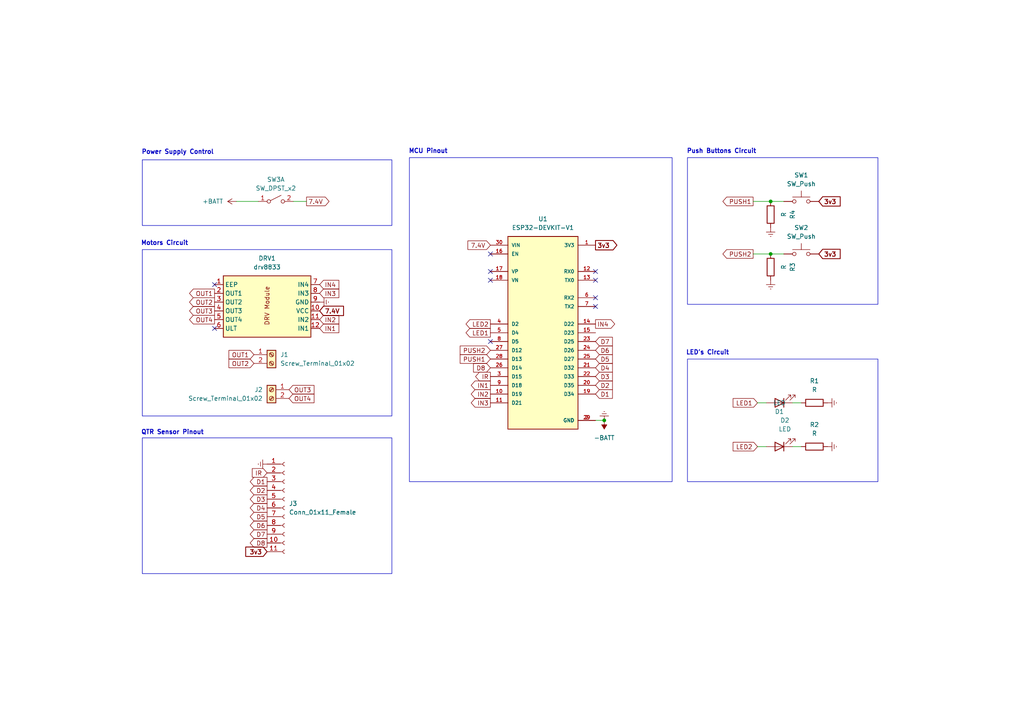
<source format=kicad_sch>
(kicad_sch (version 20250114) (generator "eeschema") (generator_version "9.0")
  (paper "A4")
  (title_block (title "Schematic Line Follower") (date "2025-09-18") (rev "REV - 2") (company "Grupo de Robótica Competitiva") (comment 1 "Projetista: Kauê Lucas Nascimento da Silva"))
  (lib_symbols
    (symbol "Connector:Conn_01x11_Female" (pin_names (offset 1.016) (hide yes))
      (property "Reference" "J" (at 0 15.24 0))
      (property "Value" "Conn_01x11_Female" (at 0 -15.24 0))
      (symbol "Conn_01x11_Female_1_1"
        (polyline (pts (xy -1.27 12.7) (xy -0.508 12.7)) (stroke (width 0.1524)))
        (polyline (pts (xy -1.27 10.16) (xy -0.508 10.16)) (stroke (width 0.1524)))
        (polyline (pts (xy -1.27 7.62) (xy -0.508 7.62)) (stroke (width 0.1524)))
        (polyline (pts (xy -1.27 5.08) (xy -0.508 5.08)) (stroke (width 0.1524)))
        (polyline (pts (xy -1.27 2.54) (xy -0.508 2.54)) (stroke (width 0.1524)))
        (polyline (pts (xy -1.27 0) (xy -0.508 0)) (stroke (width 0.1524)))
        (polyline (pts (xy -1.27 -2.54) (xy -0.508 -2.54)) (stroke (width 0.1524)))
        (polyline (pts (xy -1.27 -5.08) (xy -0.508 -5.08)) (stroke (width 0.1524)))
        (polyline (pts (xy -1.27 -7.62) (xy -0.508 -7.62)) (stroke (width 0.1524)))
        (polyline (pts (xy -1.27 -10.16) (xy -0.508 -10.16)) (stroke (width 0.1524)))
        (polyline (pts (xy -1.27 -12.7) (xy -0.508 -12.7)) (stroke (width 0.1524)))
        (arc (start 0 12.192) (mid -0.5058 12.7) (end 0 13.208) (stroke (width 0.1524)))
        (arc (start 0 9.652) (mid -0.5058 10.16) (end 0 10.668) (stroke (width 0.1524)))
        (arc (start 0 7.112) (mid -0.5058 7.62) (end 0 8.128) (stroke (width 0.1524)))
        (arc (start 0 4.572) (mid -0.5058 5.08) (end 0 5.588) (stroke (width 0.1524)))
        (arc (start 0 2.032) (mid -0.5058 2.54) (end 0 3.048) (stroke (width 0.1524)))
        (arc (start 0 -0.508) (mid -0.5058 0) (end 0 0.508) (stroke (width 0.1524)))
        (arc (start 0 -3.048) (mid -0.5058 -2.54) (end 0 -2.032) (stroke (width 0.1524)))
        (arc (start 0 -5.588) (mid -0.5058 -5.08) (end 0 -4.572) (stroke (width 0.1524)))
        (arc (start 0 -8.128) (mid -0.5058 -7.62) (end 0 -7.112) (stroke (width 0.1524)))
        (arc (start 0 -10.668) (mid -0.5058 -10.16) (end 0 -9.652) (stroke (width 0.1524)))
        (arc (start 0 -13.208) (mid -0.5058 -12.7) (end 0 -12.192) (stroke (width 0.1524)))
        (pin passive line (at -5.08 12.7 0) (length 3.81) (name "Pin_1") (number "1"))
        (pin passive line (at -5.08 10.16 0) (length 3.81) (name "Pin_2") (number "2"))
        (pin passive line (at -5.08 7.62 0) (length 3.81) (name "Pin_3") (number "3"))
        (pin passive line (at -5.08 5.08 0) (length 3.81) (name "Pin_4") (number "4"))
        (pin passive line (at -5.08 2.54 0) (length 3.81) (name "Pin_5") (number "5"))
        (pin passive line (at -5.08 0 0) (length 3.81) (name "Pin_6") (number "6"))
        (pin passive line (at -5.08 -2.54 0) (length 3.81) (name "Pin_7") (number "7"))
        (pin passive line (at -5.08 -5.08 0) (length 3.81) (name "Pin_8") (number "8"))
        (pin passive line (at -5.08 -7.62 0) (length 3.81) (name "Pin_9") (number "9"))
        (pin passive line (at -5.08 -10.16 0) (length 3.81) (name "Pin_10") (number "10"))
        (pin passive line (at -5.08 -12.7 0) (length 3.81) (name "Pin_11") (number "11"))
      )
    )
    (symbol "Connector:Screw_Terminal_01x02" (pin_names (offset 1.016) (hide yes))
      (property "Reference" "J" (at 0 2.54 0))
      (property "Value" "Screw_Terminal_01x02" (at 0 -5.08 0))
      (symbol "Screw_Terminal_01x02_1_1"
        (rectangle (start -1.27 1.27) (end 1.27 -3.81) (stroke (width 0.254)) (fill (type background)))
        (polyline (pts (xy -0.5334 0.3302) (xy 0.3302 -0.508)) (stroke (width 0.1524)))
        (polyline (pts (xy -0.5334 -2.2098) (xy 0.3302 -3.048)) (stroke (width 0.1524)))
        (polyline (pts (xy -0.3556 0.508) (xy 0.508 -0.3302)) (stroke (width 0.1524)))
        (polyline (pts (xy -0.3556 -2.032) (xy 0.508 -2.8702)) (stroke (width 0.1524)))
        (circle (center 0 0) (radius 0.635) (stroke (width 0.1524)))
        (circle (center 0 -2.54) (radius 0.635) (stroke (width 0.1524)))
        (pin passive line (at -5.08 0 0) (length 3.81) (name "Pin_1") (number "1"))
        (pin passive line (at -5.08 -2.54 0) (length 3.81) (name "Pin_2") (number "2"))
      )
    )
    (symbol "Device:LED" (pin_numbers (hide yes)) (pin_names (offset 1.016) (hide yes))
      (property "Reference" "D" (at 0 2.54 0))
      (property "Value" "LED" (at 0 -2.54 0))
      (symbol "LED_0_1"
        (polyline (pts (xy -3.048 -0.762) (xy -4.572 -2.286) (xy -3.81 -2.286) (xy -4.572 -2.286) (xy -4.572 -1.524)))
        (polyline (pts (xy -1.778 -0.762) (xy -3.302 -2.286) (xy -2.54 -2.286) (xy -3.302 -2.286) (xy -3.302 -1.524)))
        (polyline (pts (xy -1.27 0) (xy 1.27 0)))
        (polyline (pts (xy -1.27 -1.27) (xy -1.27 1.27)) (stroke (width 0.254)))
        (polyline (pts (xy 1.27 -1.27) (xy 1.27 1.27) (xy -1.27 0) (xy 1.27 -1.27)) (stroke (width 0.254)))
      )
      (symbol "LED_1_1"
        (pin passive line (at -3.81 0 0) (length 2.54) (name "K") (number "1"))
        (pin passive line (at 3.81 0 180) (length 2.54) (name "A") (number "2"))
      )
    )
    (symbol "Device:R" (pin_numbers (hide yes)) (pin_names (offset 0))
      (property "Reference" "R" (at 2.032 0 90))
      (property "Value" "R" (at 0 0 90))
      (symbol "R_0_1"
        (rectangle (start -1.016 -2.54) (end 1.016 2.54) (stroke (width 0.254)))
      )
      (symbol "R_1_1"
        (pin passive line (at 0 3.81 270) (length 1.27) (name "~") (number "1"))
        (pin passive line (at 0 -3.81 90) (length 1.27) (name "~") (number "2"))
      )
    )
    (symbol "Espressif:ESP32-DEVKIT-V1" (pin_names (offset 1.016))
      (property "Reference" "U" (at -10.16 30.48 0))
      (property "Value" "ESP32-DEVKIT-V1" (at -10.16 -30.48 0))
      (symbol "ESP32-DEVKIT-V1_0_0"
        (rectangle (start -10.16 -27.94) (end 10.16 27.94) (stroke (width 0.254)) (fill (type background)))
        (pin input line (at -15.24 25.4 0) (length 5.08) (name "VIN") (number "30"))
        (pin input line (at -15.24 22.86 0) (length 5.08) (name "EN") (number "16"))
        (pin bidirectional line (at -15.24 17.78 0) (length 5.08) (name "VP") (number "17"))
        (pin bidirectional line (at -15.24 15.24 0) (length 5.08) (name "VN") (number "18"))
        (pin bidirectional line (at -15.24 2.54 0) (length 5.08) (name "D2") (number "4"))
        (pin bidirectional line (at -15.24 0 0) (length 5.08) (name "D4") (number "5"))
        (pin bidirectional line (at -15.24 -2.54 0) (length 5.08) (name "D5") (number "8"))
        (pin bidirectional line (at -15.24 -5.08 0) (length 5.08) (name "D12") (number "27"))
        (pin bidirectional line (at -15.24 -7.62 0) (length 5.08) (name "D13") (number "28"))
        (pin bidirectional line (at -15.24 -10.16 0) (length 5.08) (name "D14") (number "26"))
        (pin bidirectional line (at -15.24 -12.7 0) (length 5.08) (name "D15") (number "3"))
        (pin bidirectional line (at -15.24 -15.24 0) (length 5.08) (name "D18") (number "9"))
        (pin bidirectional line (at -15.24 -17.78 0) (length 5.08) (name "D19") (number "10"))
        (pin bidirectional line (at -15.24 -20.32 0) (length 5.08) (name "D21") (number "11"))
        (pin output line (at 15.24 25.4 180) (length 5.08) (name "3V3") (number "1"))
        (pin input line (at 15.24 17.78 180) (length 5.08) (name "RX0") (number "12"))
        (pin output line (at 15.24 15.24 180) (length 5.08) (name "TX0") (number "13"))
        (pin input line (at 15.24 10.16 180) (length 5.08) (name "RX2") (number "6"))
        (pin output line (at 15.24 7.62 180) (length 5.08) (name "TX2") (number "7"))
        (pin bidirectional line (at 15.24 2.54 180) (length 5.08) (name "D22") (number "14"))
        (pin bidirectional line (at 15.24 0 180) (length 5.08) (name "D23") (number "15"))
        (pin bidirectional line (at 15.24 -2.54 180) (length 5.08) (name "D25") (number "23"))
        (pin bidirectional line (at 15.24 -5.08 180) (length 5.08) (name "D26") (number "24"))
        (pin bidirectional line (at 15.24 -7.62 180) (length 5.08) (name "D27") (number "25"))
        (pin bidirectional line (at 15.24 -10.16 180) (length 5.08) (name "D32") (number "21"))
        (pin bidirectional line (at 15.24 -12.7 180) (length 5.08) (name "D33") (number "22"))
        (pin bidirectional line (at 15.24 -15.24 180) (length 5.08) (name "D35") (number "20"))
        (pin bidirectional line (at 15.24 -17.78 180) (length 5.08) (name "D34") (number "19"))
        (pin power_in line (at 15.24 -25.4 180) (length 5.08) (name "GND") (number "2"))
        (pin power_in line (at 15.24 -25.4 180) (length 5.08) (name "GND") (number "29"))
      )
    )
    (symbol "Switch:SW_DPST_x2" (pin_names (offset 0) (hide yes))
      (property "Reference" "SW" (at 0 3.175 0))
      (property "Value" "SW_DPST_x2" (at 0 -2.54 0))
      (symbol "SW_DPST_x2_0_0"
        (circle (center -2.032 0) (radius 0.508))
        (polyline (pts (xy -1.524 0.254) (xy 1.524 1.778)))
        (circle (center 2.032 0) (radius 0.508))
      )
      (symbol "SW_DPST_x2_1_1"
        (pin passive line (at -5.08 0 0) (length 2.54) (name "A") (number "1"))
        (pin passive line (at 5.08 0 180) (length 2.54) (name "B") (number "2"))
      )
      (symbol "SW_DPST_x2_2_1"
        (pin passive line (at -5.08 0 0) (length 2.54) (name "A") (number "3"))
        (pin passive line (at 5.08 0 180) (length 2.54) (name "B") (number "4"))
      )
    )
    (symbol "Switch:SW_Push" (pin_numbers (hide yes)) (pin_names (offset 1.016) (hide yes))
      (property "Reference" "SW" (at 1.27 2.54 0))
      (property "Value" "SW_Push" (at 0 -1.524 0))
      (symbol "SW_Push_0_1"
        (circle (center -2.032 0) (radius 0.508))
        (polyline (pts (xy 0 1.27) (xy 0 3.048)))
        (circle (center 2.032 0) (radius 0.508))
        (polyline (pts (xy 2.54 1.27) (xy -2.54 1.27)))
        (pin passive line (at -5.08 0 0) (length 2.54) (name "1") (number "1"))
        (pin passive line (at 5.08 0 180) (length 2.54) (name "2") (number "2"))
      )
    )
    (symbol "drv8833-module:drv8833_module"
      (property "Reference" "DRV1" (at 0 2.286 0))
      (property "Value" "drv8833" (at 0 0 0))
      (symbol "drv8833_module_1_1"
        (rectangle (start -12.7 -2.54) (end 12.7 -20.32) (stroke (width 0.254)) (fill (type background)))
        (text "DRV Module" (at 0 -11.176 900) (effects (font (size 1.27 1.27))))
        (pin output line (at -15.24 -5.08 0) (length 2.54) (name "EEP") (number "1"))
        (pin output line (at -15.24 -7.62 0) (length 2.54) (name "OUT1") (number "2"))
        (pin output line (at -15.24 -10.16 0) (length 2.54) (name "OUT2") (number "3"))
        (pin output line (at -15.24 -12.7 0) (length 2.54) (name "OUT3") (number "4"))
        (pin output line (at -15.24 -15.24 0) (length 2.54) (name "OUT4") (number "5"))
        (pin output line (at -15.24 -17.78 0) (length 2.54) (name "ULT") (number "6"))
        (pin input line (at 15.24 -5.08 180) (length 2.54) (name "IN4") (number "7"))
        (pin input line (at 15.24 -7.62 180) (length 2.54) (name "IN3") (number "8"))
        (pin input line (at 15.24 -10.16 180) (length 2.54) (name "GND") (number "9"))
        (pin input line (at 15.24 -12.7 180) (length 2.54) (name "VCC") (number "10"))
        (pin input line (at 15.24 -15.24 180) (length 2.54) (name "IN2") (number "11"))
        (pin input line (at 15.24 -17.78 180) (length 2.54) (name "IN1") (number "12"))
      )
    )
    (symbol "power:+BATT" (power) (pin_names (offset 0))
      (property "Value" "+BATT" (at 0 3.556 0))
      (symbol "+BATT_0_1"
        (polyline (pts (xy -0.762 1.27) (xy 0 2.54)))
        (polyline (pts (xy 0 2.54) (xy 0.762 1.27)))
        (polyline (pts (xy 0 0) (xy 0 2.54)))
      )
      (symbol "+BATT_1_1"
        (pin power_in line (at 0 0 90) (length 0) (hide yes) (name "+BATT") (number "1"))
      )
    )
    (symbol "power:-BATT" (power) (pin_names (offset 0))
      (property "Value" "-BATT" (at 0 3.556 0))
      (symbol "-BATT_0_1"
        (polyline (pts (xy 0 0) (xy 0 2.54)))
        (polyline (pts (xy 0.762 1.27) (xy -0.762 1.27) (xy 0 2.54) (xy 0.762 1.27)) (fill (type outline)))
      )
      (symbol "-BATT_1_1"
        (pin power_in line (at 0 0 90) (length 0) (hide yes) (name "-BATT") (number "1"))
      )
    )
    (symbol "power:Earth" (power) (pin_names (offset 0))
      (symbol "Earth_0_1"
        (polyline (pts (xy -0.635 -1.905) (xy 0.635 -1.905)))
        (polyline (pts (xy -0.127 -2.54) (xy 0.127 -2.54)))
        (polyline (pts (xy 0 -1.27) (xy 0 0)))
        (polyline (pts (xy 1.27 -1.27) (xy -1.27 -1.27)))
      )
      (symbol "Earth_1_1"
        (pin power_in line (at 0 0 270) (length 0) (hide yes) (name "Earth") (number "1"))
      )
    )
  )
  (rectangle (start 199.39 45.72) (end 254.635 88.265))
  (rectangle (start 41.275 46.355) (end 113.665 65.405))
  (rectangle (start 118.745 45.72) (end 194.945 139.7))
  (rectangle (start 41.275 127) (end 113.665 166.37))
  (rectangle (start 199.39 104.14) (end 254.635 139.7))
  (rectangle (start 41.275 72.39) (end 113.665 120.65))
  (text "QTR Sensor Pinout" (at 50.038 125.476 0) (effects (font (size 1.27 1.27) (thickness 0.254) (bold yes))))
  (text "Push Buttons Circuit" (at 209.296 43.942 0) (effects (font (size 1.27 1.27) (thickness 0.254) (bold yes))))
  (text "Motors Circuit" (at 47.752 70.612 0) (effects (font (size 1.27 1.27) (thickness 0.254) (bold yes))))
  (text "Power Supply Control" (at 51.562 44.196 0) (effects (font (size 1.27 1.27) (thickness 0.254) (bold yes))))
  (text "MCU Pinout" (at 124.206 43.942 0) (effects (font (size 1.27 1.27) (thickness 0.254) (bold yes))))
  (text "LED's Circuit" (at 205.232 102.362 0) (effects (font (size 1.27 1.27) (thickness 0.254) (bold yes))))
  (junction (at 223.52 58.42))
  (junction (at 175.26 121.92))
  (junction (at 223.52 73.66))
  (no_connect (at 142.24 81.28))
  (no_connect (at 172.72 86.36))
  (no_connect (at 172.72 78.74))
  (no_connect (at 142.24 99.06))
  (no_connect (at 172.72 81.28))
  (no_connect (at 62.23 82.55))
  (no_connect (at 172.72 88.9))
  (no_connect (at 142.24 78.74))
  (no_connect (at 142.24 73.66))
  (no_connect (at 62.23 95.25))
  (wire (pts (xy 218.44 58.42) (xy 223.52 58.42)))
  (wire (pts (xy 175.26 121.92) (xy 172.72 121.92)))
  (wire (pts (xy 88.9 58.42) (xy 85.09 58.42)))
  (wire (pts (xy 223.52 58.42) (xy 227.33 58.42)))
  (wire (pts (xy 219.71 116.84) (xy 222.25 116.84)))
  (wire (pts (xy 223.52 73.66) (xy 227.33 73.66)))
  (wire (pts (xy 68.58 58.42) (xy 74.93 58.42)))
  (wire (pts (xy 219.71 129.54) (xy 222.25 129.54)))
  (wire (pts (xy 229.87 116.84) (xy 232.41 116.84)))
  (wire (pts (xy 218.44 73.66) (xy 223.52 73.66)))
  (wire (pts (xy 229.87 129.54) (xy 232.41 129.54)))
  (global_label "IN1" (shape output) (at 142.24 111.76 180) (property "Intersheetrefs" "${INTERSHEET_REFS}" (effects (hide yes))))
  (global_label "D3" (shape input) (at 172.72 109.22 0) (property "Intersheetrefs" "${INTERSHEET_REFS}" (effects (hide yes))))
  (global_label "D2" (shape output) (at 77.47 142.24 180) (property "Intersheetrefs" "${INTERSHEET_REFS}" (effects (hide yes))))
  (global_label "IN4" (shape input) (at 92.71 82.55 0) (property "Intersheetrefs" "${INTERSHEET_REFS}" (effects (hide yes))))
  (global_label "D7" (shape input) (at 172.72 99.06 0) (property "Intersheetrefs" "${INTERSHEET_REFS}" (effects (hide yes))))
  (global_label "PUSH1" (shape output) (at 218.44 58.42 180) (property "Intersheetrefs" "${INTERSHEET_REFS}" (effects (hide yes))))
  (global_label "D6" (shape input) (at 172.72 101.6 0) (property "Intersheetrefs" "${INTERSHEET_REFS}" (effects (hide yes))))
  (global_label "7.4V" (shape input) (at 92.71 90.17 0) (effects (font (thickness 0.254) (bold yes))) (property "Intersheetrefs" "${INTERSHEET_REFS}" (effects (hide yes))))
  (global_label "OUT4" (shape output) (at 62.23 92.71 180) (property "Intersheetrefs" "${INTERSHEET_REFS}" (effects (hide yes))))
  (global_label "PUSH2" (shape input) (at 142.24 101.6 180) (property "Intersheetrefs" "${INTERSHEET_REFS}" (effects (hide yes))))
  (global_label "IR" (shape output) (at 142.24 109.22 180) (property "Intersheetrefs" "${INTERSHEET_REFS}" (effects (hide yes))))
  (global_label "PUSH2" (shape output) (at 218.44 73.66 180) (property "Intersheetrefs" "${INTERSHEET_REFS}" (effects (hide yes))))
  (global_label "OUT1" (shape input) (at 73.66 102.87 180) (property "Intersheetrefs" "${INTERSHEET_REFS}" (effects (hide yes))))
  (global_label "IN3" (shape output) (at 142.24 116.84 180) (property "Intersheetrefs" "${INTERSHEET_REFS}" (effects (hide yes))))
  (global_label "IN4" (shape output) (at 172.72 93.98 0) (property "Intersheetrefs" "${INTERSHEET_REFS}" (effects (hide yes))))
  (global_label "7.4V" (shape output) (at 88.9 58.42 0) (property "Intersheetrefs" "${INTERSHEET_REFS}" (effects (hide yes))))
  (global_label "D2" (shape input) (at 172.72 111.76 0) (property "Intersheetrefs" "${INTERSHEET_REFS}" (effects (hide yes))))
  (global_label "D8" (shape input) (at 142.24 106.68 180) (property "Intersheetrefs" "${INTERSHEET_REFS}" (effects (hide yes))))
  (global_label "3v3" (shape input) (at 237.49 58.42 0) (effects (font (thickness 0.254) (bold yes))) (property "Intersheetrefs" "${INTERSHEET_REFS}" (effects (hide yes))))
  (global_label "LED2" (shape output) (at 142.24 93.98 180) (property "Intersheetrefs" "${INTERSHEET_REFS}" (effects (hide yes))))
  (global_label "D5" (shape input) (at 172.72 104.14 0) (property "Intersheetrefs" "${INTERSHEET_REFS}" (effects (hide yes))))
  (global_label "D6" (shape output) (at 77.47 152.4 180) (property "Intersheetrefs" "${INTERSHEET_REFS}" (effects (hide yes))))
  (global_label "D1" (shape output) (at 77.47 139.7 180) (property "Intersheetrefs" "${INTERSHEET_REFS}" (effects (hide yes))))
  (global_label "OUT2" (shape input) (at 73.66 105.41 180) (property "Intersheetrefs" "${INTERSHEET_REFS}" (effects (hide yes))))
  (global_label "PUSH1" (shape input) (at 142.24 104.14 180) (property "Intersheetrefs" "${INTERSHEET_REFS}" (effects (hide yes))))
  (global_label "LED1" (shape input) (at 219.71 116.84 180) (property "Intersheetrefs" "${INTERSHEET_REFS}" (effects (hide yes))))
  (global_label "3v3" (shape output) (at 172.72 71.12 0) (effects (font (thickness 0.254) (bold yes))) (property "Intersheetrefs" "${INTERSHEET_REFS}" (effects (hide yes))))
  (global_label "D4" (shape output) (at 77.47 147.32 180) (property "Intersheetrefs" "${INTERSHEET_REFS}" (effects (hide yes))))
  (global_label "OUT3" (shape input) (at 83.82 113.03 0) (property "Intersheetrefs" "${INTERSHEET_REFS}" (effects (hide yes))))
  (global_label "IN1" (shape input) (at 92.71 95.25 0) (property "Intersheetrefs" "${INTERSHEET_REFS}" (effects (hide yes))))
  (global_label "LED1" (shape output) (at 142.24 96.52 180) (property "Intersheetrefs" "${INTERSHEET_REFS}" (effects (hide yes))))
  (global_label "IN3" (shape input) (at 92.71 85.09 0) (property "Intersheetrefs" "${INTERSHEET_REFS}" (effects (hide yes))))
  (global_label "D5" (shape output) (at 77.47 149.86 180) (property "Intersheetrefs" "${INTERSHEET_REFS}" (effects (hide yes))))
  (global_label "D7" (shape output) (at 77.47 154.94 180) (property "Intersheetrefs" "${INTERSHEET_REFS}" (effects (hide yes))))
  (global_label "OUT4" (shape input) (at 83.82 115.57 0) (property "Intersheetrefs" "${INTERSHEET_REFS}" (effects (hide yes))))
  (global_label "D4" (shape input) (at 172.72 106.68 0) (property "Intersheetrefs" "${INTERSHEET_REFS}" (effects (hide yes))))
  (global_label "OUT1" (shape output) (at 62.23 85.09 180) (property "Intersheetrefs" "${INTERSHEET_REFS}" (effects (hide yes))))
  (global_label "D1" (shape input) (at 172.72 114.3 0) (property "Intersheetrefs" "${INTERSHEET_REFS}" (effects (hide yes))))
  (global_label "OUT3" (shape output) (at 62.23 90.17 180) (property "Intersheetrefs" "${INTERSHEET_REFS}" (effects (hide yes))))
  (global_label "IN2" (shape output) (at 142.24 114.3 180) (property "Intersheetrefs" "${INTERSHEET_REFS}" (effects (hide yes))))
  (global_label "OUT2" (shape output) (at 62.23 87.63 180) (property "Intersheetrefs" "${INTERSHEET_REFS}" (effects (hide yes))))
  (global_label "3v3" (shape input) (at 237.49 73.66 0) (effects (font (thickness 0.254) (bold yes))) (property "Intersheetrefs" "${INTERSHEET_REFS}" (effects (hide yes))))
  (global_label "7.4V" (shape input) (at 142.24 71.12 180) (property "Intersheetrefs" "${INTERSHEET_REFS}" (effects (hide yes))))
  (global_label "D3" (shape output) (at 77.47 144.78 180) (property "Intersheetrefs" "${INTERSHEET_REFS}" (effects (hide yes))))
  (global_label "LED2" (shape input) (at 219.71 129.54 180) (property "Intersheetrefs" "${INTERSHEET_REFS}" (effects (hide yes))))
  (global_label "D8" (shape output) (at 77.47 157.48 180) (property "Intersheetrefs" "${INTERSHEET_REFS}" (effects (hide yes))))
  (global_label "IN2" (shape input) (at 92.71 92.71 0) (property "Intersheetrefs" "${INTERSHEET_REFS}" (effects (hide yes))))
  (global_label "IR" (shape input) (at 77.47 137.16 180) (property "Intersheetrefs" "${INTERSHEET_REFS}" (effects (hide yes))))
  (global_label "3v3" (shape input) (at 77.47 160.02 180) (effects (font (thickness 0.254) (bold yes))) (property "Intersheetrefs" "${INTERSHEET_REFS}" (effects (hide yes))))
  (symbol (lib_id "Device:R") (at 223.52 77.47 180) (unit 1)
    (property "Reference" "R3" (at 229.87 77.47 90))
    (property "Value" "R" (at 227.33 77.47 90))
    (property "Footprint" "Resistor_THT:R_Axial_DIN0309_L9.0mm_D3.2mm_P12.70mm_Horizontal" (effects (hide yes)))
    (property "Description" "Resistor" (effects (hide yes)))
  )
  (symbol (lib_id "Device:LED") (at 226.06 116.84 180) (unit 1)
    (property "Reference" "D1" (at 226.06 119.38 0))
    (property "Value" "LED" (at 226.06 116.84 0))
    (property "Footprint" "LED_THT:LED_D5.0mm" (effects (hide yes)))
    (property "Description" "Light emitting diode" (effects (hide yes)))
  )
  (symbol (lib_id "Device:R") (at 236.22 129.54 270) (unit 1)
    (property "Reference" "R2" (at 236.22 123.19 90))
    (property "Value" "R" (at 236.22 125.73 90))
    (property "Footprint" "Resistor_THT:R_Axial_DIN0309_L9.0mm_D3.2mm_P12.70mm_Horizontal" (effects (hide yes)))
    (property "Description" "Resistor" (effects (hide yes)))
  )
  (symbol (lib_id "Device:LED") (at 226.06 129.54 180) (unit 1)
    (property "Reference" "D2" (at 227.6475 121.92 0))
    (property "Value" "LED" (at 227.6475 124.46 0))
    (property "Footprint" "LED_THT:LED_D5.0mm" (effects (hide yes)))
    (property "Description" "Light emitting diode" (effects (hide yes)))
  )
  (symbol (lib_id "Switch:SW_Push") (at 232.41 58.42 0) (unit 1)
    (property "Reference" "SW1" (at 232.41 50.8 0))
    (property "Value" "SW_Push" (at 232.41 53.34 0))
    (property "Footprint" "Button_Switch_THT:SW_PUSH-12mm" (effects (hide yes)))
    (property "Description" "Push button switch, generic, two pins" (effects (hide yes)))
  )
  (symbol (lib_id "power:Earth") (at 92.71 87.63 90) (unit 1)
    (property "Reference" "#PWR03" (effects (hide yes)))
    (property "Value" "Earth" (effects (hide yes)))
    (property "Description" "Power symbol creates a global label with name \"Earth\"" (effects (hide yes)))
  )
  (symbol (lib_id "power:-BATT") (at 175.26 121.92 180) (unit 1)
    (property "Reference" "#PWR01" (effects (hide yes)))
    (property "Value" "-BATT" (at 175.26 127 0))
    (property "Description" "Power symbol creates a global label with name \"-BATT\"" (effects (hide yes)))
  )
  (symbol (lib_id "power:Earth") (at 240.03 116.84 90) (unit 1)
    (property "Reference" "#PWR08" (effects (hide yes)))
    (property "Value" "Earth" (effects (hide yes)))
    (property "Description" "Power symbol creates a global label with name \"Earth\"" (effects (hide yes)))
  )
  (symbol (lib_id "Espressif:ESP32-DEVKIT-V1") (at 157.48 96.52 0) (unit 1)
    (property "Reference" "U1" (at 157.48 63.5 0))
    (property "Value" "ESP32-DEVKIT-V1" (at 157.48 66.04 0))
    (property "Footprint" "Espressif:MODULE_ESP32_DEVKIT_V1" (effects (hide yes)))
    (property "MF" "Do it" (effects (hide yes)))
    (property "MAXIMUM_PACKAGE_HEIGHT" "6.8 mm" (effects (hide yes)))
    (property "Package" "None" (effects (hide yes)))
    (property "Price" "None" (effects (hide yes)))
    (property "Check_prices" "https://www.snapeda.com/parts/ESP32-DEVKIT-V1/Do+it/view-part/?ref=eda" (effects (hide yes)))
    (property "STANDARD" "Manufacturer Recommendations" (effects (hide yes)))
    (property "PARTREV" "N/A" (effects (hide yes)))
    (property "SnapEDA_Link" "https://www.snapeda.com/parts/ESP32-DEVKIT-V1/Do+it/view-part/?ref=snap" (effects (hide yes)))
    (property "MP" "ESP32-DEVKIT-V1" (effects (hide yes)))
    (property "Description_1" "Dual core, Wi-Fi: 2.4 GHz up to 150 Mbits/s,BLE (Bluetooth Low Energy) and legacy Bluetooth, 32 bits, Up to 240 MHz" (effects (hide yes)))
    (property "Availability" "Not in stock" (effects (hide yes)))
    (property "MANUFACTURER" "DOIT" (effects (hide yes)))
  )
  (symbol (lib_id "drv8833-module:drv8833_module") (at 77.47 77.47 0) (unit 1)
    (property "Reference" "DRV1" (at 77.47 74.93 0))
    (property "Value" "drv8833" (at 77.47 77.47 0))
    (property "Footprint" "DRV8833-module:DRV8833 MOTOR DRIVER" (effects (hide yes)))
  )
  (symbol (lib_id "power:Earth") (at 77.47 134.62 270) (unit 1)
    (property "Reference" "#PWR013" (effects (hide yes)))
    (property "Value" "Earth" (effects (hide yes)))
    (property "Description" "Power symbol creates a global label with name \"Earth\"" (effects (hide yes)))
  )
  (symbol (lib_id "power:Earth") (at 175.26 121.92 180) (unit 1)
    (property "Reference" "#PWR02" (effects (hide yes)))
    (property "Value" "Earth" (effects (hide yes)))
    (property "Description" "Power symbol creates a global label with name \"Earth\"" (effects (hide yes)))
  )
  (symbol (lib_id "power:Earth") (at 240.03 129.54 90) (unit 1)
    (property "Reference" "#PWR07" (effects (hide yes)))
    (property "Value" "Earth" (effects (hide yes)))
    (property "Description" "Power symbol creates a global label with name \"Earth\"" (effects (hide yes)))
  )
  (symbol (lib_id "Switch:SW_DPST_x2") (at 80.01 58.42 0) (unit 1)
    (property "Reference" "SW3" (at 80.01 52.07 0))
    (property "Value" "SW_DPST_x2" (at 80.01 54.61 0))
    (property "Footprint" "Button_Switch_THT:SW_DIP_SPSTx01_Slide_9.78x4.72mm_W7.62mm_P2.54mm" (effects (hide yes)))
    (property "Description" "Single Pole Single Throw (SPST) switch, separate symbol" (effects (hide yes)))
  )
  (symbol (lib_id "power:Earth") (at 223.52 66.04 0) (unit 1)
    (property "Reference" "#PWR010" (effects (hide yes)))
    (property "Value" "Earth" (effects (hide yes)))
    (property "Description" "Power symbol creates a global label with name \"Earth\"" (effects (hide yes)))
  )
  (symbol (lib_id "power:+BATT") (at 68.58 58.42 90) (unit 1)
    (property "Reference" "#PWR04" (effects (hide yes)))
    (property "Value" "+BATT" (at 64.77 58.4199 90) (effects (justify left)))
    (property "Description" "Power symbol creates a global label with name \"+BATT\"" (effects (hide yes)))
  )
  (symbol (lib_id "Device:R") (at 236.22 116.84 270) (unit 1)
    (property "Reference" "R1" (at 236.22 110.49 90))
    (property "Value" "R" (at 236.22 113.03 90))
    (property "Footprint" "Resistor_THT:R_Axial_DIN0309_L9.0mm_D3.2mm_P12.70mm_Horizontal" (effects (hide yes)))
    (property "Description" "Resistor" (effects (hide yes)))
  )
  (symbol (lib_id "Connector:Screw_Terminal_01x02") (at 78.74 102.87 0) (unit 1)
    (property "Reference" "J1" (at 81.28 102.8699 0) (effects (justify left)))
    (property "Value" "Screw_Terminal_01x02" (at 81.28 105.4099 0) (effects (justify left)))
    (property "Footprint" "TerminalBlock_4Ucon:TerminalBlock_4Ucon_1x02_P3.50mm_Horizontal" (effects (hide yes)))
    (property "Description" "Generic screw terminal, single row, 01x02, script generated (kicad-library-utils/schlib/autogen/connector/)" (effects (hide yes)))
  )
  (symbol (lib_id "power:Earth") (at 223.52 81.28 0) (unit 1)
    (property "Reference" "#PWR09" (effects (hide yes)))
    (property "Value" "Earth" (effects (hide yes)))
    (property "Description" "Power symbol creates a global label with name \"Earth\"" (effects (hide yes)))
  )
  (symbol (lib_id "Device:R") (at 223.52 62.23 180) (unit 1)
    (property "Reference" "R4" (at 229.87 62.23 90))
    (property "Value" "R" (at 227.33 62.23 90))
    (property "Footprint" "Resistor_THT:R_Axial_DIN0309_L9.0mm_D3.2mm_P12.70mm_Horizontal" (effects (hide yes)))
    (property "Description" "Resistor" (effects (hide yes)))
  )
  (symbol (lib_id "Switch:SW_Push") (at 232.41 73.66 0) (unit 1)
    (property "Reference" "SW2" (at 232.41 66.04 0))
    (property "Value" "SW_Push" (at 232.41 68.58 0))
    (property "Footprint" "Button_Switch_THT:SW_PUSH-12mm" (effects (hide yes)))
    (property "Description" "Push button switch, generic, two pins" (effects (hide yes)))
  )
  (symbol (lib_id "Connector:Conn_01x11_Female") (at 82.55 147.32 0) (unit 1)
    (property "Reference" "J3" (at 83.82 146.0499 0) (effects (justify left)))
    (property "Value" "Conn_01x11_Female" (at 83.82 148.5899 0) (effects (justify left)))
    (property "Footprint" "Connector_PinHeader_2.54mm:PinHeader_1x11_P2.54mm_Vertical" (effects (hide yes)))
    (property "Description" "Generic connector, single row, 01x11, script generated (kicad-library-utils/schlib/autogen/connector/)" (effects (hide yes)))
  )
  (symbol (lib_id "Connector:Screw_Terminal_01x02") (at 78.74 113.03 0) (mirror y) (unit 1)
    (property "Reference" "J2" (at 76.2 113.0299 0) (effects (justify left)))
    (property "Value" "Screw_Terminal_01x02" (at 76.2 115.5699 0) (effects (justify left)))
    (property "Footprint" "TerminalBlock_4Ucon:TerminalBlock_4Ucon_1x02_P3.50mm_Horizontal" (effects (hide yes)))
    (property "Description" "Generic screw terminal, single row, 01x02, script generated (kicad-library-utils/schlib/autogen/connector/)" (effects (hide yes)))
  )
)
</source>
